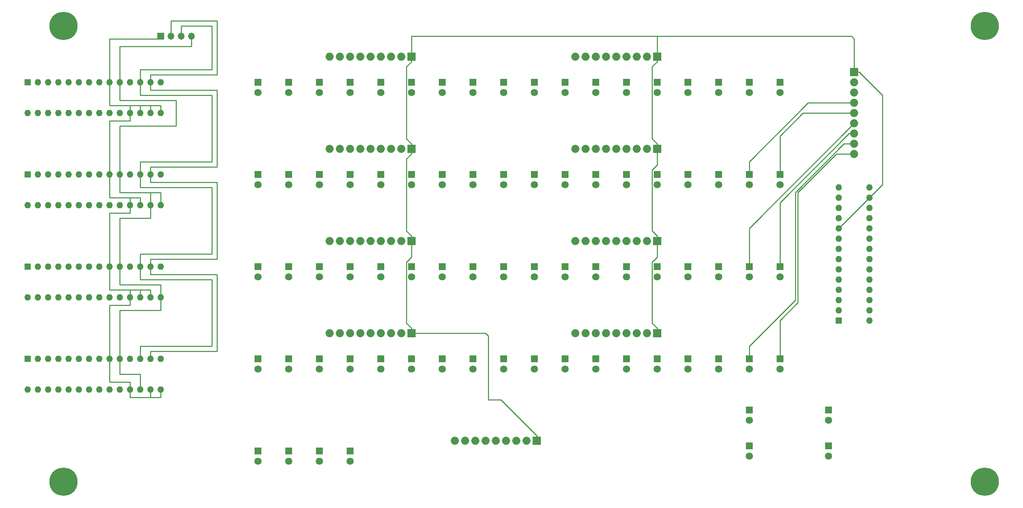
<source format=gbr>
G04 #@! TF.FileFunction,Copper,L1,Top,Signal*
%FSLAX46Y46*%
G04 Gerber Fmt 4.6, Leading zero omitted, Abs format (unit mm)*
G04 Created by KiCad (PCBNEW 4.0.6) date 08/19/17 22:28:35*
%MOMM*%
%LPD*%
G01*
G04 APERTURE LIST*
%ADD10C,0.100000*%
%ADD11R,1.600000X1.600000*%
%ADD12O,1.600000X1.600000*%
%ADD13R,1.800000X1.800000*%
%ADD14C,1.800000*%
%ADD15R,1.700000X1.700000*%
%ADD16O,1.700000X1.700000*%
%ADD17O,1.998980X1.998980*%
%ADD18R,1.998980X1.998980*%
%ADD19C,7.000000*%
%ADD20C,0.250000*%
G04 APERTURE END LIST*
D10*
D11*
X219710000Y-96520000D03*
D12*
X227330000Y-63500000D03*
X219710000Y-93980000D03*
X227330000Y-66040000D03*
X219710000Y-91440000D03*
X227330000Y-68580000D03*
X219710000Y-88900000D03*
X227330000Y-71120000D03*
X219710000Y-86360000D03*
X227330000Y-73660000D03*
X219710000Y-83820000D03*
X227330000Y-76200000D03*
X219710000Y-81280000D03*
X227330000Y-78740000D03*
X219710000Y-78740000D03*
X227330000Y-81280000D03*
X219710000Y-76200000D03*
X227330000Y-83820000D03*
X219710000Y-73660000D03*
X227330000Y-86360000D03*
X219710000Y-71120000D03*
X227330000Y-88900000D03*
X219710000Y-68580000D03*
X227330000Y-91440000D03*
X219710000Y-66040000D03*
X227330000Y-93980000D03*
X219710000Y-63500000D03*
X227330000Y-96520000D03*
D13*
X217170000Y-127635000D03*
D14*
X217170000Y-130175000D03*
D13*
X217170000Y-118745000D03*
D14*
X217170000Y-121285000D03*
D13*
X197485000Y-127635000D03*
D14*
X197485000Y-130175000D03*
D13*
X197485000Y-118745000D03*
D14*
X197485000Y-121285000D03*
D13*
X75565000Y-37465000D03*
D14*
X75565000Y-40005000D03*
D13*
X83185000Y-37465000D03*
D14*
X83185000Y-40005000D03*
D13*
X90805000Y-37465000D03*
D14*
X90805000Y-40005000D03*
D13*
X98425000Y-37465000D03*
D14*
X98425000Y-40005000D03*
D13*
X106045000Y-37465000D03*
D14*
X106045000Y-40005000D03*
D13*
X113665000Y-37465000D03*
D14*
X113665000Y-40005000D03*
D13*
X121285000Y-37465000D03*
D14*
X121285000Y-40005000D03*
D13*
X128905000Y-37465000D03*
D14*
X128905000Y-40005000D03*
D13*
X136525000Y-37465000D03*
D14*
X136525000Y-40005000D03*
D13*
X144145000Y-37465000D03*
D14*
X144145000Y-40005000D03*
D13*
X151765000Y-37465000D03*
D14*
X151765000Y-40005000D03*
D13*
X159385000Y-37465000D03*
D14*
X159385000Y-40005000D03*
D13*
X167005000Y-37465000D03*
D14*
X167005000Y-40005000D03*
D13*
X174625000Y-37465000D03*
D14*
X174625000Y-40005000D03*
D13*
X182245000Y-37465000D03*
D14*
X182245000Y-40005000D03*
D13*
X189865000Y-37465000D03*
D14*
X189865000Y-40005000D03*
D13*
X197485000Y-37465000D03*
D14*
X197485000Y-40005000D03*
D13*
X205105000Y-37465000D03*
D14*
X205105000Y-40005000D03*
D13*
X75565000Y-83185000D03*
D14*
X75565000Y-85725000D03*
D13*
X83185000Y-83185000D03*
D14*
X83185000Y-85725000D03*
D13*
X90805000Y-83185000D03*
D14*
X90805000Y-85725000D03*
D13*
X98425000Y-83185000D03*
D14*
X98425000Y-85725000D03*
D13*
X106045000Y-83185000D03*
D14*
X106045000Y-85725000D03*
D13*
X113665000Y-83185000D03*
D14*
X113665000Y-85725000D03*
D13*
X121285000Y-83185000D03*
D14*
X121285000Y-85725000D03*
D13*
X128905000Y-83185000D03*
D14*
X128905000Y-85725000D03*
D13*
X136525000Y-83185000D03*
D14*
X136525000Y-85725000D03*
D13*
X144145000Y-83185000D03*
D14*
X144145000Y-85725000D03*
D13*
X151765000Y-83185000D03*
D14*
X151765000Y-85725000D03*
D13*
X159385000Y-83185000D03*
D14*
X159385000Y-85725000D03*
D13*
X167005000Y-83185000D03*
D14*
X167005000Y-85725000D03*
D13*
X174625000Y-83185000D03*
D14*
X174625000Y-85725000D03*
D13*
X182245000Y-83185000D03*
D14*
X182245000Y-85725000D03*
D13*
X189865000Y-83185000D03*
D14*
X189865000Y-85725000D03*
D13*
X197485000Y-83185000D03*
D14*
X197485000Y-85725000D03*
D13*
X205105000Y-83185000D03*
D14*
X205105000Y-85725000D03*
D13*
X75565000Y-60325000D03*
D14*
X75565000Y-62865000D03*
D13*
X83185000Y-60325000D03*
D14*
X83185000Y-62865000D03*
D13*
X90805000Y-60325000D03*
D14*
X90805000Y-62865000D03*
D13*
X98425000Y-60325000D03*
D14*
X98425000Y-62865000D03*
D13*
X106045000Y-60325000D03*
D14*
X106045000Y-62865000D03*
D13*
X113665000Y-60325000D03*
D14*
X113665000Y-62865000D03*
D13*
X121285000Y-60325000D03*
D14*
X121285000Y-62865000D03*
D13*
X128905000Y-60325000D03*
D14*
X128905000Y-62865000D03*
D13*
X136525000Y-60325000D03*
D14*
X136525000Y-62865000D03*
D13*
X144145000Y-60325000D03*
D14*
X144145000Y-62865000D03*
D13*
X151765000Y-60325000D03*
D14*
X151765000Y-62865000D03*
D13*
X159385000Y-60325000D03*
D14*
X159385000Y-62865000D03*
D13*
X167005000Y-60325000D03*
D14*
X167005000Y-62865000D03*
D13*
X174625000Y-60325000D03*
D14*
X174625000Y-62865000D03*
D13*
X182245000Y-60325000D03*
D14*
X182245000Y-62865000D03*
D13*
X189865000Y-60325000D03*
D14*
X189865000Y-62865000D03*
D13*
X197485000Y-60325000D03*
D14*
X197485000Y-62865000D03*
D13*
X205105000Y-60325000D03*
D14*
X205105000Y-62865000D03*
D13*
X75565000Y-106045000D03*
D14*
X75565000Y-108585000D03*
D13*
X83185000Y-106045000D03*
D14*
X83185000Y-108585000D03*
D13*
X90805000Y-106045000D03*
D14*
X90805000Y-108585000D03*
D13*
X98425000Y-106045000D03*
D14*
X98425000Y-108585000D03*
D13*
X106045000Y-106045000D03*
D14*
X106045000Y-108585000D03*
D13*
X113665000Y-106045000D03*
D14*
X113665000Y-108585000D03*
D13*
X121285000Y-106045000D03*
D14*
X121285000Y-108585000D03*
D13*
X128905000Y-106045000D03*
D14*
X128905000Y-108585000D03*
D13*
X136525000Y-106045000D03*
D14*
X136525000Y-108585000D03*
D13*
X144145000Y-106045000D03*
D14*
X144145000Y-108585000D03*
D13*
X151765000Y-106045000D03*
D14*
X151765000Y-108585000D03*
D13*
X159385000Y-106045000D03*
D14*
X159385000Y-108585000D03*
D13*
X167005000Y-106045000D03*
D14*
X167005000Y-108585000D03*
D13*
X174625000Y-106045000D03*
D14*
X174625000Y-108585000D03*
D13*
X182245000Y-106045000D03*
D14*
X182245000Y-108585000D03*
D13*
X189865000Y-106045000D03*
D14*
X189865000Y-108585000D03*
D13*
X197485000Y-106045000D03*
D14*
X197485000Y-108585000D03*
D13*
X205105000Y-106045000D03*
D14*
X205105000Y-108585000D03*
D13*
X75565000Y-128905000D03*
D14*
X75565000Y-131445000D03*
D13*
X83185000Y-128905000D03*
D14*
X83185000Y-131445000D03*
D13*
X90805000Y-128905000D03*
D14*
X90805000Y-131445000D03*
D13*
X98425000Y-128905000D03*
D14*
X98425000Y-131445000D03*
D15*
X51435000Y-26035000D03*
D16*
X53975000Y-26035000D03*
X56515000Y-26035000D03*
X59055000Y-26035000D03*
D17*
X106045000Y-31115000D03*
D18*
X113665000Y-31115000D03*
D17*
X111125000Y-31115000D03*
X108585000Y-31115000D03*
X103505000Y-31115000D03*
X100965000Y-31115000D03*
X98425000Y-31115000D03*
X95885000Y-31115000D03*
X93345000Y-31115000D03*
X167005000Y-31115000D03*
D18*
X174625000Y-31115000D03*
D17*
X172085000Y-31115000D03*
X169545000Y-31115000D03*
X164465000Y-31115000D03*
X161925000Y-31115000D03*
X159385000Y-31115000D03*
X156845000Y-31115000D03*
X154305000Y-31115000D03*
X106045000Y-76835000D03*
D18*
X113665000Y-76835000D03*
D17*
X111125000Y-76835000D03*
X108585000Y-76835000D03*
X103505000Y-76835000D03*
X100965000Y-76835000D03*
X98425000Y-76835000D03*
X95885000Y-76835000D03*
X93345000Y-76835000D03*
X167005000Y-76835000D03*
D18*
X174625000Y-76835000D03*
D17*
X172085000Y-76835000D03*
X169545000Y-76835000D03*
X164465000Y-76835000D03*
X161925000Y-76835000D03*
X159385000Y-76835000D03*
X156845000Y-76835000D03*
X154305000Y-76835000D03*
X106045000Y-53975000D03*
D18*
X113665000Y-53975000D03*
D17*
X111125000Y-53975000D03*
X108585000Y-53975000D03*
X103505000Y-53975000D03*
X100965000Y-53975000D03*
X98425000Y-53975000D03*
X95885000Y-53975000D03*
X93345000Y-53975000D03*
X167005000Y-53975000D03*
D18*
X174625000Y-53975000D03*
D17*
X172085000Y-53975000D03*
X169545000Y-53975000D03*
X164465000Y-53975000D03*
X161925000Y-53975000D03*
X159385000Y-53975000D03*
X156845000Y-53975000D03*
X154305000Y-53975000D03*
X106045000Y-99695000D03*
D18*
X113665000Y-99695000D03*
D17*
X111125000Y-99695000D03*
X108585000Y-99695000D03*
X103505000Y-99695000D03*
X100965000Y-99695000D03*
X98425000Y-99695000D03*
X95885000Y-99695000D03*
X93345000Y-99695000D03*
X167005000Y-99695000D03*
D18*
X174625000Y-99695000D03*
D17*
X172085000Y-99695000D03*
X169545000Y-99695000D03*
X164465000Y-99695000D03*
X161925000Y-99695000D03*
X159385000Y-99695000D03*
X156845000Y-99695000D03*
X154305000Y-99695000D03*
X223520000Y-42545000D03*
D18*
X223520000Y-34925000D03*
D17*
X223520000Y-37465000D03*
X223520000Y-40005000D03*
X223520000Y-45085000D03*
X223520000Y-47625000D03*
X223520000Y-50165000D03*
X223520000Y-52705000D03*
X223520000Y-55245000D03*
X137160000Y-126365000D03*
D18*
X144780000Y-126365000D03*
D17*
X142240000Y-126365000D03*
X139700000Y-126365000D03*
X134620000Y-126365000D03*
X132080000Y-126365000D03*
X129540000Y-126365000D03*
X127000000Y-126365000D03*
X124460000Y-126365000D03*
D11*
X18415000Y-37465000D03*
D12*
X51435000Y-45085000D03*
X20955000Y-37465000D03*
X48895000Y-45085000D03*
X23495000Y-37465000D03*
X46355000Y-45085000D03*
X26035000Y-37465000D03*
X43815000Y-45085000D03*
X28575000Y-37465000D03*
X41275000Y-45085000D03*
X31115000Y-37465000D03*
X38735000Y-45085000D03*
X33655000Y-37465000D03*
X36195000Y-45085000D03*
X36195000Y-37465000D03*
X33655000Y-45085000D03*
X38735000Y-37465000D03*
X31115000Y-45085000D03*
X41275000Y-37465000D03*
X28575000Y-45085000D03*
X43815000Y-37465000D03*
X26035000Y-45085000D03*
X46355000Y-37465000D03*
X23495000Y-45085000D03*
X48895000Y-37465000D03*
X20955000Y-45085000D03*
X51435000Y-37465000D03*
X18415000Y-45085000D03*
D11*
X18415000Y-83185000D03*
D12*
X51435000Y-90805000D03*
X20955000Y-83185000D03*
X48895000Y-90805000D03*
X23495000Y-83185000D03*
X46355000Y-90805000D03*
X26035000Y-83185000D03*
X43815000Y-90805000D03*
X28575000Y-83185000D03*
X41275000Y-90805000D03*
X31115000Y-83185000D03*
X38735000Y-90805000D03*
X33655000Y-83185000D03*
X36195000Y-90805000D03*
X36195000Y-83185000D03*
X33655000Y-90805000D03*
X38735000Y-83185000D03*
X31115000Y-90805000D03*
X41275000Y-83185000D03*
X28575000Y-90805000D03*
X43815000Y-83185000D03*
X26035000Y-90805000D03*
X46355000Y-83185000D03*
X23495000Y-90805000D03*
X48895000Y-83185000D03*
X20955000Y-90805000D03*
X51435000Y-83185000D03*
X18415000Y-90805000D03*
D11*
X18415000Y-60325000D03*
D12*
X51435000Y-67945000D03*
X20955000Y-60325000D03*
X48895000Y-67945000D03*
X23495000Y-60325000D03*
X46355000Y-67945000D03*
X26035000Y-60325000D03*
X43815000Y-67945000D03*
X28575000Y-60325000D03*
X41275000Y-67945000D03*
X31115000Y-60325000D03*
X38735000Y-67945000D03*
X33655000Y-60325000D03*
X36195000Y-67945000D03*
X36195000Y-60325000D03*
X33655000Y-67945000D03*
X38735000Y-60325000D03*
X31115000Y-67945000D03*
X41275000Y-60325000D03*
X28575000Y-67945000D03*
X43815000Y-60325000D03*
X26035000Y-67945000D03*
X46355000Y-60325000D03*
X23495000Y-67945000D03*
X48895000Y-60325000D03*
X20955000Y-67945000D03*
X51435000Y-60325000D03*
X18415000Y-67945000D03*
D11*
X18415000Y-106045000D03*
D12*
X51435000Y-113665000D03*
X20955000Y-106045000D03*
X48895000Y-113665000D03*
X23495000Y-106045000D03*
X46355000Y-113665000D03*
X26035000Y-106045000D03*
X43815000Y-113665000D03*
X28575000Y-106045000D03*
X41275000Y-113665000D03*
X31115000Y-106045000D03*
X38735000Y-113665000D03*
X33655000Y-106045000D03*
X36195000Y-113665000D03*
X36195000Y-106045000D03*
X33655000Y-113665000D03*
X38735000Y-106045000D03*
X31115000Y-113665000D03*
X41275000Y-106045000D03*
X28575000Y-113665000D03*
X43815000Y-106045000D03*
X26035000Y-113665000D03*
X46355000Y-106045000D03*
X23495000Y-113665000D03*
X48895000Y-106045000D03*
X20955000Y-113665000D03*
X51435000Y-106045000D03*
X18415000Y-113665000D03*
D19*
X27305000Y-136525000D03*
X27305000Y-23495000D03*
X255905000Y-23495000D03*
X255905000Y-136525000D03*
D20*
X197485000Y-73660000D02*
X223520000Y-47625000D01*
X197485000Y-83185000D02*
X197485000Y-73660000D01*
X205105000Y-67310000D02*
X222250000Y-50165000D01*
X205105000Y-83185000D02*
X205105000Y-67310000D01*
X222250000Y-50165000D02*
X223520000Y-50165000D01*
X197485000Y-60325000D02*
X197485000Y-57150000D01*
X212090000Y-42545000D02*
X223520000Y-42545000D01*
X197485000Y-57150000D02*
X212090000Y-42545000D01*
X205105000Y-60325000D02*
X205105000Y-50800000D01*
X205105000Y-50800000D02*
X210820000Y-45085000D01*
X210820000Y-45085000D02*
X223520000Y-45085000D01*
X197485000Y-106045000D02*
X197485000Y-102870000D01*
X197485000Y-102870000D02*
X208915000Y-91440000D01*
X208915000Y-91440000D02*
X208915000Y-64770000D01*
X208915000Y-64770000D02*
X220980000Y-52705000D01*
X220980000Y-52705000D02*
X223520000Y-52705000D01*
X209550000Y-64771410D02*
X219076410Y-55245000D01*
X219076410Y-55245000D02*
X223520000Y-55245000D01*
X209550000Y-92075000D02*
X209550000Y-64771410D01*
X205105000Y-96520000D02*
X209550000Y-92075000D01*
X205105000Y-106045000D02*
X205105000Y-96520000D01*
X43815000Y-113665000D02*
X43815000Y-115570000D01*
X43815000Y-115570000D02*
X48895000Y-115570000D01*
X48895000Y-115570000D02*
X48895000Y-113665000D01*
X48895000Y-115570000D02*
X51435000Y-115570000D01*
X51435000Y-115570000D02*
X51435000Y-113665000D01*
X38735000Y-106045000D02*
X38735000Y-111760000D01*
X38735000Y-111760000D02*
X43815000Y-111760000D01*
X43815000Y-111760000D02*
X43815000Y-113665000D01*
X38735000Y-92710000D02*
X38735000Y-106045000D01*
X43815000Y-92710000D02*
X38735000Y-92710000D01*
X43815000Y-90805000D02*
X43815000Y-92710000D01*
X48895000Y-88900000D02*
X48895000Y-90805000D01*
X46355000Y-88900000D02*
X48895000Y-88900000D01*
X46355000Y-88900000D02*
X46355000Y-90805000D01*
X43815000Y-88900000D02*
X46355000Y-88900000D01*
X43815000Y-88900000D02*
X43815000Y-90805000D01*
X38735000Y-88900000D02*
X43815000Y-88900000D01*
X38735000Y-83185000D02*
X38735000Y-88900000D01*
X38735000Y-69850000D02*
X38735000Y-83185000D01*
X43815000Y-69850000D02*
X38735000Y-69850000D01*
X43815000Y-67945000D02*
X43815000Y-69850000D01*
X46355000Y-66040000D02*
X46355000Y-67945000D01*
X43815000Y-66040000D02*
X46355000Y-66040000D01*
X38735000Y-60325000D02*
X38735000Y-66040000D01*
X38735000Y-66040000D02*
X43815000Y-66040000D01*
X43815000Y-66040000D02*
X43815000Y-67945000D01*
X43815000Y-45085000D02*
X43815000Y-46990000D01*
X43815000Y-46990000D02*
X38735000Y-46990000D01*
X38735000Y-46990000D02*
X38735000Y-60325000D01*
X38735000Y-37465000D02*
X38735000Y-26670000D01*
X38735000Y-26670000D02*
X50800000Y-26670000D01*
X50800000Y-26670000D02*
X51435000Y-26035000D01*
X46355000Y-43180000D02*
X48895000Y-43180000D01*
X48895000Y-43180000D02*
X51435000Y-43180000D01*
X48895000Y-45085000D02*
X48895000Y-43180000D01*
X51435000Y-43180000D02*
X51435000Y-45085000D01*
X46355000Y-45085000D02*
X46355000Y-43180000D01*
X46355000Y-43180000D02*
X43815000Y-43180000D01*
X43815000Y-45085000D02*
X43815000Y-43180000D01*
X38735000Y-37465000D02*
X38735000Y-43180000D01*
X38735000Y-43180000D02*
X43815000Y-43180000D01*
X46355000Y-102870000D02*
X46355000Y-106045000D01*
X64135000Y-102870000D02*
X46355000Y-102870000D01*
X64135000Y-86360000D02*
X64135000Y-102870000D01*
X46355000Y-86360000D02*
X64135000Y-86360000D01*
X46355000Y-83185000D02*
X46355000Y-86360000D01*
X46355000Y-60325000D02*
X46355000Y-63500000D01*
X46355000Y-63500000D02*
X64135000Y-63500000D01*
X64135000Y-63500000D02*
X64135000Y-80010000D01*
X64135000Y-80010000D02*
X46355000Y-80010000D01*
X46355000Y-80010000D02*
X46355000Y-83185000D01*
X56515000Y-26035000D02*
X56515000Y-23495000D01*
X56515000Y-23495000D02*
X64135000Y-23495000D01*
X64135000Y-23495000D02*
X64135000Y-34290000D01*
X64135000Y-34290000D02*
X46355000Y-34290000D01*
X46355000Y-34290000D02*
X46355000Y-37465000D01*
X46355000Y-37465000D02*
X46355000Y-40640000D01*
X46355000Y-40640000D02*
X64135000Y-40640000D01*
X64135000Y-40640000D02*
X64135000Y-57150000D01*
X64135000Y-57150000D02*
X46355000Y-57150000D01*
X46355000Y-57150000D02*
X46355000Y-60325000D01*
X53975000Y-26035000D02*
X53975000Y-22225000D01*
X48895000Y-83185000D02*
X48895000Y-85090000D01*
X48895000Y-85090000D02*
X65405000Y-85090000D01*
X65405000Y-85090000D02*
X65405000Y-104140000D01*
X65405000Y-104140000D02*
X48895000Y-104140000D01*
X48895000Y-104140000D02*
X48895000Y-106045000D01*
X48895000Y-81280000D02*
X48895000Y-83185000D01*
X65405000Y-81280000D02*
X48895000Y-81280000D01*
X65405000Y-62230000D02*
X65405000Y-81280000D01*
X48895000Y-62230000D02*
X65405000Y-62230000D01*
X48895000Y-60325000D02*
X48895000Y-62230000D01*
X48895000Y-37465000D02*
X48895000Y-39370000D01*
X48895000Y-39370000D02*
X65405000Y-39370000D01*
X65405000Y-39370000D02*
X65405000Y-58420000D01*
X65405000Y-58420000D02*
X48895000Y-58420000D01*
X48895000Y-58420000D02*
X48895000Y-60325000D01*
X53975000Y-22225000D02*
X65405000Y-22225000D01*
X65405000Y-22225000D02*
X65405000Y-35560000D01*
X65405000Y-35560000D02*
X48895000Y-35560000D01*
X48895000Y-35560000D02*
X48895000Y-37465000D01*
X46355000Y-109855000D02*
X46355000Y-113665000D01*
X41275000Y-109855000D02*
X46355000Y-109855000D01*
X41275000Y-106045000D02*
X41275000Y-109855000D01*
X41275000Y-93980000D02*
X41275000Y-106045000D01*
X51435000Y-93980000D02*
X41275000Y-93980000D01*
X51435000Y-90805000D02*
X51435000Y-93980000D01*
X51435000Y-87630000D02*
X51435000Y-90805000D01*
X41275000Y-87630000D02*
X51435000Y-87630000D01*
X41275000Y-83185000D02*
X41275000Y-87630000D01*
X41275000Y-71120000D02*
X41275000Y-83185000D01*
X48895000Y-71120000D02*
X41275000Y-71120000D01*
X48895000Y-67945000D02*
X48895000Y-71120000D01*
X51435000Y-64770000D02*
X51435000Y-67945000D01*
X48895000Y-64770000D02*
X51435000Y-64770000D01*
X48895000Y-64770000D02*
X48895000Y-67945000D01*
X41275000Y-64770000D02*
X48895000Y-64770000D01*
X41275000Y-60325000D02*
X41275000Y-64770000D01*
X41275000Y-48260000D02*
X41275000Y-60325000D01*
X55245000Y-48260000D02*
X41275000Y-48260000D01*
X55245000Y-41910000D02*
X55245000Y-48260000D01*
X41275000Y-41910000D02*
X55245000Y-41910000D01*
X41275000Y-37465000D02*
X41275000Y-41910000D01*
X41275000Y-37465000D02*
X41275000Y-28575000D01*
X41275000Y-28575000D02*
X59055000Y-28575000D01*
X59055000Y-28575000D02*
X59055000Y-26035000D01*
X132715000Y-116205000D02*
X135869490Y-116205000D01*
X135869490Y-116205000D02*
X144780000Y-125115510D01*
X144780000Y-125115510D02*
X144780000Y-126365000D01*
X132715000Y-100330000D02*
X132715000Y-116205000D01*
X132080000Y-99695000D02*
X132715000Y-100330000D01*
X113665000Y-99695000D02*
X132080000Y-99695000D01*
X227330000Y-66040000D02*
X219710000Y-73660000D01*
X230505000Y-40660510D02*
X230505000Y-62865000D01*
X230505000Y-62865000D02*
X227330000Y-66040000D01*
X223520000Y-34925000D02*
X224769490Y-34925000D01*
X224769490Y-34925000D02*
X230505000Y-40660510D01*
X174625000Y-76835000D02*
X174625000Y-80799998D01*
X174625000Y-80799998D02*
X173399999Y-82024999D01*
X173399999Y-82024999D02*
X173399999Y-97220509D01*
X173399999Y-97220509D02*
X174625000Y-98445510D01*
X174625000Y-98445510D02*
X174625000Y-99695000D01*
X174625000Y-53975000D02*
X174625000Y-57939998D01*
X174625000Y-57939998D02*
X173355000Y-59209998D01*
X173355000Y-59209998D02*
X173355000Y-74315510D01*
X173355000Y-74315510D02*
X174625000Y-75585510D01*
X174625000Y-75585510D02*
X174625000Y-76835000D01*
X174625000Y-31115000D02*
X174625000Y-32364490D01*
X174625000Y-32364490D02*
X173399999Y-33589491D01*
X173399999Y-33589491D02*
X173399999Y-51500509D01*
X173399999Y-51500509D02*
X174625000Y-52725510D01*
X174625000Y-52725510D02*
X174625000Y-53975000D01*
X113665000Y-76835000D02*
X113665000Y-80799998D01*
X112439999Y-82024999D02*
X112439999Y-97220509D01*
X113665000Y-80799998D02*
X112439999Y-82024999D01*
X112439999Y-97220509D02*
X113665000Y-98445510D01*
X113665000Y-98445510D02*
X113665000Y-99695000D01*
X113665000Y-53975000D02*
X113665000Y-55224490D01*
X113665000Y-55224490D02*
X112439999Y-56449491D01*
X112439999Y-56449491D02*
X112439999Y-74360509D01*
X112439999Y-74360509D02*
X113665000Y-75585510D01*
X113665000Y-75585510D02*
X113665000Y-76835000D01*
X113665000Y-31115000D02*
X113665000Y-32364490D01*
X113665000Y-52725510D02*
X113665000Y-53975000D01*
X113665000Y-32364490D02*
X112439999Y-33589491D01*
X112439999Y-33589491D02*
X112439999Y-51500509D01*
X112439999Y-51500509D02*
X113665000Y-52725510D01*
X222885000Y-26035000D02*
X223520000Y-26670000D01*
X223520000Y-26670000D02*
X223520000Y-34925000D01*
X174625000Y-26035000D02*
X222885000Y-26035000D01*
X174625000Y-26035000D02*
X174625000Y-31115000D01*
X113665000Y-26035000D02*
X174625000Y-26035000D01*
X113665000Y-26035000D02*
X113665000Y-31115000D01*
M02*

</source>
